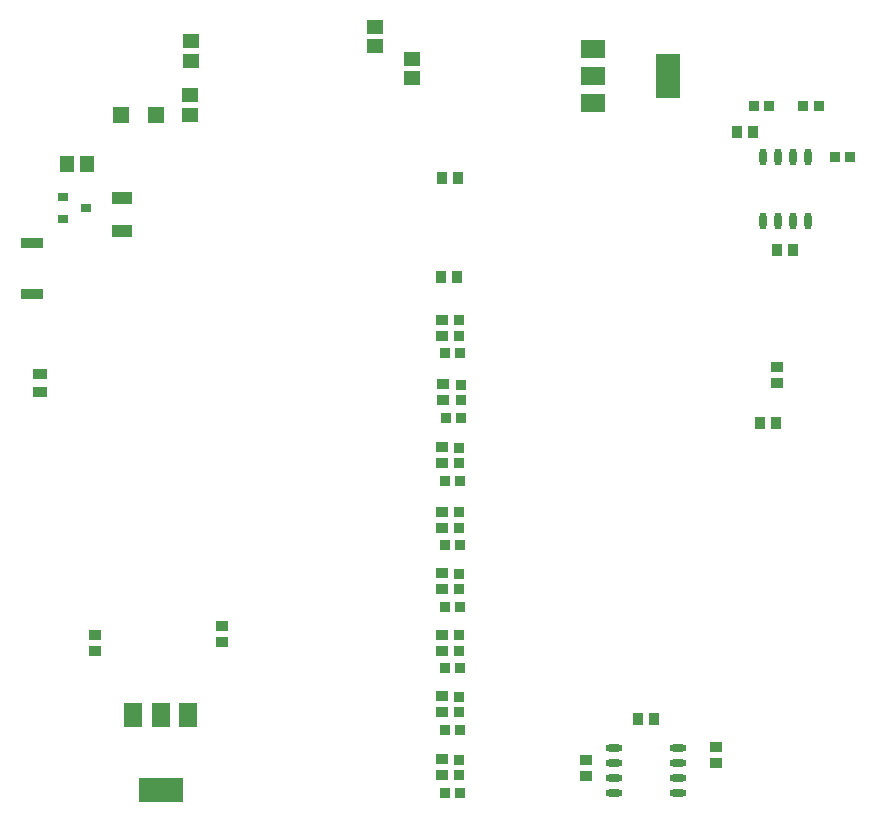
<source format=gbp>
G04*
G04 #@! TF.GenerationSoftware,Altium Limited,Altium Designer,19.1.8 (144)*
G04*
G04 Layer_Color=128*
%FSLAX25Y25*%
%MOIN*%
G70*
G01*
G75*
%ADD15R,0.03543X0.03937*%
%ADD18R,0.03937X0.03543*%
%ADD19R,0.03740X0.03347*%
%ADD23R,0.03347X0.03740*%
%ADD49O,0.05709X0.02362*%
%ADD50R,0.07874X0.14961*%
%ADD51R,0.07874X0.05906*%
%ADD52R,0.14961X0.07874*%
%ADD53R,0.05906X0.07874*%
%ADD54R,0.03543X0.03150*%
%ADD55R,0.05315X0.04528*%
%ADD56R,0.05315X0.05709*%
%ADD57O,0.02362X0.05709*%
%ADD58R,0.05512X0.05118*%
%ADD59R,0.04921X0.03740*%
%ADD60R,0.07480X0.03543*%
%ADD61R,0.04528X0.05315*%
%ADD62R,0.07087X0.03937*%
D15*
X272264Y189500D02*
D03*
X266949D02*
D03*
X253351Y229016D02*
D03*
X258666D02*
D03*
X160493Y213495D02*
D03*
X155178D02*
D03*
X160246Y180639D02*
D03*
X154931D02*
D03*
X220581Y33299D02*
D03*
X225896D02*
D03*
X261044Y131858D02*
D03*
X266359D02*
D03*
D18*
X81696Y64150D02*
D03*
Y58835D02*
D03*
X203000Y14286D02*
D03*
Y19601D02*
D03*
X246636Y18641D02*
D03*
Y23956D02*
D03*
X39603Y55988D02*
D03*
Y61303D02*
D03*
X266654Y145343D02*
D03*
Y150657D02*
D03*
X155000Y14500D02*
D03*
Y19815D02*
D03*
Y40815D02*
D03*
Y35500D02*
D03*
Y102315D02*
D03*
Y97000D02*
D03*
Y123815D02*
D03*
Y118500D02*
D03*
Y81815D02*
D03*
Y76500D02*
D03*
Y61315D02*
D03*
Y56000D02*
D03*
X155500Y144815D02*
D03*
Y139500D02*
D03*
X155000Y166315D02*
D03*
Y161000D02*
D03*
D19*
X160953Y14598D02*
D03*
Y19716D02*
D03*
Y40716D02*
D03*
Y35598D02*
D03*
Y102216D02*
D03*
Y97098D02*
D03*
Y123716D02*
D03*
Y118598D02*
D03*
Y81716D02*
D03*
Y76598D02*
D03*
Y61216D02*
D03*
Y56098D02*
D03*
X161453Y144716D02*
D03*
Y139598D02*
D03*
X160953Y166216D02*
D03*
Y161098D02*
D03*
D23*
X264162Y237564D02*
D03*
X275544D02*
D03*
X259044D02*
D03*
X280662D02*
D03*
X286142Y220500D02*
D03*
X291261D02*
D03*
X155992Y8685D02*
D03*
X161110D02*
D03*
X155992Y29685D02*
D03*
X161110D02*
D03*
X155992Y91185D02*
D03*
X161110D02*
D03*
X155992Y112685D02*
D03*
X161110D02*
D03*
X155992Y70685D02*
D03*
X161110D02*
D03*
X155992Y50185D02*
D03*
X161110D02*
D03*
X156492Y133685D02*
D03*
X161610D02*
D03*
X155992Y155185D02*
D03*
X161110D02*
D03*
D49*
X233966Y23641D02*
D03*
Y18641D02*
D03*
Y13641D02*
D03*
Y8641D02*
D03*
X212510Y23641D02*
D03*
Y18641D02*
D03*
Y13641D02*
D03*
Y8641D02*
D03*
D50*
X230402Y247524D02*
D03*
D51*
X205598Y256580D02*
D03*
Y247524D02*
D03*
Y238469D02*
D03*
D52*
X61338Y9756D02*
D03*
D53*
X70393Y34559D02*
D03*
X61338D02*
D03*
X52283D02*
D03*
D54*
X36634Y203634D02*
D03*
X28760Y199894D02*
D03*
Y207374D02*
D03*
D55*
X71289Y241445D02*
D03*
Y234555D02*
D03*
X71500Y252555D02*
D03*
Y259445D02*
D03*
D56*
X59807Y234500D02*
D03*
X48193D02*
D03*
D57*
X267000Y220728D02*
D03*
X272000D02*
D03*
X277000Y199272D02*
D03*
X272000D02*
D03*
X267000D02*
D03*
X262000D02*
D03*
X277000Y220728D02*
D03*
X262000D02*
D03*
D58*
X132682Y257716D02*
D03*
Y264016D02*
D03*
X145301Y247083D02*
D03*
Y253382D02*
D03*
D59*
X21000Y148322D02*
D03*
Y142220D02*
D03*
D60*
X18500Y174937D02*
D03*
Y192063D02*
D03*
D61*
X30055Y218378D02*
D03*
X36945D02*
D03*
D62*
X48331Y196089D02*
D03*
Y207112D02*
D03*
M02*

</source>
